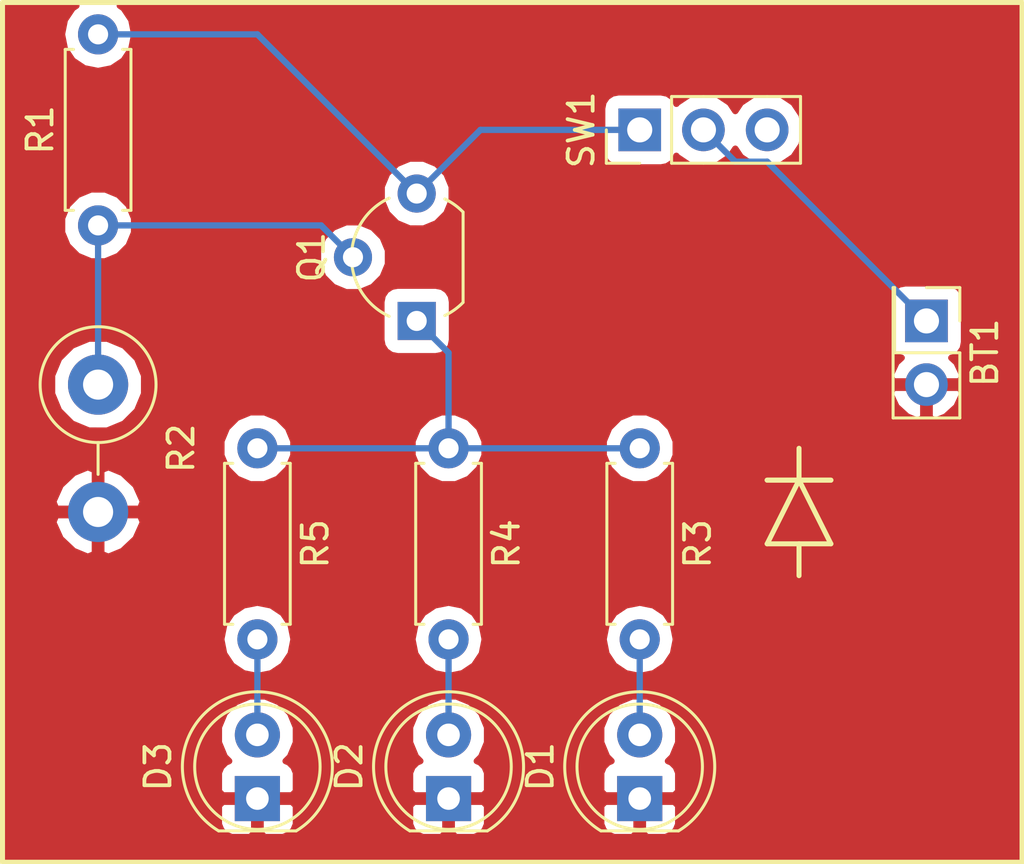
<source format=kicad_pcb>
(kicad_pcb (version 4) (host pcbnew 4.0.7)

  (general
    (links 15)
    (no_connects 0)
    (area 153.195 125.629999 194.410001 160.120001)
    (thickness 1.6)
    (drawings 12)
    (tracks 17)
    (zones 0)
    (modules 11)
    (nets 9)
  )

  (page A4)
  (layers
    (0 F.Cu signal)
    (31 B.Cu signal)
    (32 B.Adhes user hide)
    (33 F.Adhes user hide)
    (34 B.Paste user hide)
    (35 F.Paste user hide)
    (36 B.SilkS user hide)
    (37 F.SilkS user)
    (38 B.Mask user hide)
    (39 F.Mask user hide)
    (40 Dwgs.User user hide)
    (41 Cmts.User user hide)
    (42 Eco1.User user hide)
    (43 Eco2.User user hide)
    (44 Edge.Cuts user)
    (45 Margin user hide)
    (46 B.CrtYd user hide)
    (47 F.CrtYd user hide)
    (48 B.Fab user hide)
    (49 F.Fab user hide)
  )

  (setup
    (last_trace_width 0.25)
    (trace_clearance 0.2)
    (zone_clearance 0.508)
    (zone_45_only no)
    (trace_min 0.2)
    (segment_width 0.2)
    (edge_width 0.15)
    (via_size 0.6)
    (via_drill 0.4)
    (via_min_size 0.4)
    (via_min_drill 0.3)
    (uvia_size 0.3)
    (uvia_drill 0.1)
    (uvias_allowed no)
    (uvia_min_size 0.2)
    (uvia_min_drill 0.1)
    (pcb_text_width 0.3)
    (pcb_text_size 1.5 1.5)
    (mod_edge_width 0.15)
    (mod_text_size 1 1)
    (mod_text_width 0.15)
    (pad_size 1.524 1.524)
    (pad_drill 0.762)
    (pad_to_mask_clearance 0.2)
    (aux_axis_origin 0 0)
    (visible_elements 7FFFFFFF)
    (pcbplotparams
      (layerselection 0x00030_80000001)
      (usegerberextensions false)
      (excludeedgelayer true)
      (linewidth 0.100000)
      (plotframeref false)
      (viasonmask false)
      (mode 1)
      (useauxorigin false)
      (hpglpennumber 1)
      (hpglpenspeed 20)
      (hpglpendiameter 15)
      (hpglpenoverlay 2)
      (psnegative false)
      (psa4output false)
      (plotreference true)
      (plotvalue true)
      (plotinvisibletext false)
      (padsonsilk false)
      (subtractmaskfromsilk false)
      (outputformat 1)
      (mirror false)
      (drillshape 1)
      (scaleselection 1)
      (outputdirectory ""))
  )

  (net 0 "")
  (net 1 VCC)
  (net 2 GND)
  (net 3 "Net-(D1-Pad2)")
  (net 4 "Net-(D2-Pad2)")
  (net 5 "Net-(D3-Pad2)")
  (net 6 "Net-(Q1-Pad2)")
  (net 7 "Net-(Q1-Pad3)")
  (net 8 "Net-(Q1-Pad1)")

  (net_class Default "This is the default net class."
    (clearance 0.2)
    (trace_width 0.25)
    (via_dia 0.6)
    (via_drill 0.4)
    (uvia_dia 0.3)
    (uvia_drill 0.1)
    (add_net GND)
    (add_net "Net-(D1-Pad2)")
    (add_net "Net-(D2-Pad2)")
    (add_net "Net-(D3-Pad2)")
    (add_net "Net-(Q1-Pad1)")
    (add_net "Net-(Q1-Pad2)")
    (add_net "Net-(Q1-Pad3)")
    (add_net VCC)
  )

  (module Resistors_THT:R_Axial_DIN0207_L6.3mm_D2.5mm_P7.62mm_Horizontal (layer F.Cu) (tedit 5A227F50) (tstamp 5A208093)
    (at 171.45 143.51 270)
    (descr "Resistor, Axial_DIN0207 series, Axial, Horizontal, pin pitch=7.62mm, 0.25W = 1/4W, length*diameter=6.3*2.5mm^2, http://cdn-reichelt.de/documents/datenblatt/B400/1_4W%23YAG.pdf")
    (tags "Resistor Axial_DIN0207 series Axial Horizontal pin pitch 7.62mm 0.25W = 1/4W length 6.3mm diameter 2.5mm")
    (path /5A207DCA)
    (fp_text reference R4 (at 3.81 -2.31 270) (layer F.SilkS)
      (effects (font (size 1 1) (thickness 0.15)))
    )
    (fp_text value R (at 3.81 2.31 270) (layer F.Fab)
      (effects (font (size 1 1) (thickness 0.15)))
    )
    (fp_line (start 0.66 -1.25) (end 0.66 1.25) (layer F.Fab) (width 0.1))
    (fp_line (start 0.66 1.25) (end 6.96 1.25) (layer F.Fab) (width 0.1))
    (fp_line (start 6.96 1.25) (end 6.96 -1.25) (layer F.Fab) (width 0.1))
    (fp_line (start 6.96 -1.25) (end 0.66 -1.25) (layer F.Fab) (width 0.1))
    (fp_line (start 0 0) (end 0.66 0) (layer F.Fab) (width 0.1))
    (fp_line (start 7.62 0) (end 6.96 0) (layer F.Fab) (width 0.1))
    (fp_line (start 0.6 -0.98) (end 0.6 -1.31) (layer F.SilkS) (width 0.12))
    (fp_line (start 0.6 -1.31) (end 7.02 -1.31) (layer F.SilkS) (width 0.12))
    (fp_line (start 7.02 -1.31) (end 7.02 -0.98) (layer F.SilkS) (width 0.12))
    (fp_line (start 0.6 0.98) (end 0.6 1.31) (layer F.SilkS) (width 0.12))
    (fp_line (start 0.6 1.31) (end 7.02 1.31) (layer F.SilkS) (width 0.12))
    (fp_line (start 7.02 1.31) (end 7.02 0.98) (layer F.SilkS) (width 0.12))
    (fp_line (start -1.05 -1.6) (end -1.05 1.6) (layer F.CrtYd) (width 0.05))
    (fp_line (start -1.05 1.6) (end 8.7 1.6) (layer F.CrtYd) (width 0.05))
    (fp_line (start 8.7 1.6) (end 8.7 -1.6) (layer F.CrtYd) (width 0.05))
    (fp_line (start 8.7 -1.6) (end -1.05 -1.6) (layer F.CrtYd) (width 0.05))
    (pad 1 thru_hole circle (at 0 0 270) (size 1.6 1.6) (drill 0.8) (layers *.Cu *.Mask)
      (net 8 "Net-(Q1-Pad1)"))
    (pad 2 thru_hole oval (at 7.62 0 270) (size 1.6 1.6) (drill 0.8) (layers *.Cu *.Mask)
      (net 4 "Net-(D2-Pad2)"))
    (model ${KISYS3DMOD}/Resistors_THT.3dshapes/R_Axial_DIN0207_L6.3mm_D2.5mm_P7.62mm_Horizontal.wrl
      (at (xyz 0 0 0))
      (scale (xyz 0.393701 0.393701 0.393701))
      (rotate (xyz 0 0 0))
    )
  )

  (module Pin_Headers:Pin_Header_Straight_1x03_Pitch2.54mm (layer F.Cu) (tedit 59650532) (tstamp 5A2080A1)
    (at 179.07 130.81 90)
    (descr "Through hole straight pin header, 1x03, 2.54mm pitch, single row")
    (tags "Through hole pin header THT 1x03 2.54mm single row")
    (path /5A208137)
    (fp_text reference SW1 (at 0 -2.33 90) (layer F.SilkS)
      (effects (font (size 1 1) (thickness 0.15)))
    )
    (fp_text value SW_SPST (at 0 7.41 90) (layer F.Fab)
      (effects (font (size 1 1) (thickness 0.15)))
    )
    (fp_line (start -0.635 -1.27) (end 1.27 -1.27) (layer F.Fab) (width 0.1))
    (fp_line (start 1.27 -1.27) (end 1.27 6.35) (layer F.Fab) (width 0.1))
    (fp_line (start 1.27 6.35) (end -1.27 6.35) (layer F.Fab) (width 0.1))
    (fp_line (start -1.27 6.35) (end -1.27 -0.635) (layer F.Fab) (width 0.1))
    (fp_line (start -1.27 -0.635) (end -0.635 -1.27) (layer F.Fab) (width 0.1))
    (fp_line (start -1.33 6.41) (end 1.33 6.41) (layer F.SilkS) (width 0.12))
    (fp_line (start -1.33 1.27) (end -1.33 6.41) (layer F.SilkS) (width 0.12))
    (fp_line (start 1.33 1.27) (end 1.33 6.41) (layer F.SilkS) (width 0.12))
    (fp_line (start -1.33 1.27) (end 1.33 1.27) (layer F.SilkS) (width 0.12))
    (fp_line (start -1.33 0) (end -1.33 -1.33) (layer F.SilkS) (width 0.12))
    (fp_line (start -1.33 -1.33) (end 0 -1.33) (layer F.SilkS) (width 0.12))
    (fp_line (start -1.8 -1.8) (end -1.8 6.85) (layer F.CrtYd) (width 0.05))
    (fp_line (start -1.8 6.85) (end 1.8 6.85) (layer F.CrtYd) (width 0.05))
    (fp_line (start 1.8 6.85) (end 1.8 -1.8) (layer F.CrtYd) (width 0.05))
    (fp_line (start 1.8 -1.8) (end -1.8 -1.8) (layer F.CrtYd) (width 0.05))
    (fp_text user %R (at 0 2.54 180) (layer F.Fab)
      (effects (font (size 1 1) (thickness 0.15)))
    )
    (pad 1 thru_hole rect (at 0 0 90) (size 1.7 1.7) (drill 1) (layers *.Cu *.Mask)
      (net 7 "Net-(Q1-Pad3)"))
    (pad 2 thru_hole oval (at 0 2.54 90) (size 1.7 1.7) (drill 1) (layers *.Cu *.Mask)
      (net 1 VCC))
    (pad 3 thru_hole oval (at 0 5.08 90) (size 1.7 1.7) (drill 1) (layers *.Cu *.Mask))
    (model ${KISYS3DMOD}/Pin_Headers.3dshapes/Pin_Header_Straight_1x03_Pitch2.54mm.wrl
      (at (xyz 0 0 0))
      (scale (xyz 1 1 1))
      (rotate (xyz 0 0 0))
    )
  )

  (module Pin_Headers:Pin_Header_Straight_2x01_Pitch2.54mm (layer F.Cu) (tedit 59650532) (tstamp 5A208062)
    (at 190.5 138.43 270)
    (descr "Through hole straight pin header, 2x01, 2.54mm pitch, double rows")
    (tags "Through hole pin header THT 2x01 2.54mm double row")
    (path /5A2081AE)
    (fp_text reference BT1 (at 1.27 -2.33 270) (layer F.SilkS)
      (effects (font (size 1 1) (thickness 0.15)))
    )
    (fp_text value Battery (at 1.27 2.33 270) (layer F.Fab)
      (effects (font (size 1 1) (thickness 0.15)))
    )
    (fp_line (start 0 -1.27) (end 3.81 -1.27) (layer F.Fab) (width 0.1))
    (fp_line (start 3.81 -1.27) (end 3.81 1.27) (layer F.Fab) (width 0.1))
    (fp_line (start 3.81 1.27) (end -1.27 1.27) (layer F.Fab) (width 0.1))
    (fp_line (start -1.27 1.27) (end -1.27 0) (layer F.Fab) (width 0.1))
    (fp_line (start -1.27 0) (end 0 -1.27) (layer F.Fab) (width 0.1))
    (fp_line (start -1.33 1.33) (end 3.87 1.33) (layer F.SilkS) (width 0.12))
    (fp_line (start -1.33 1.27) (end -1.33 1.33) (layer F.SilkS) (width 0.12))
    (fp_line (start 3.87 -1.33) (end 3.87 1.33) (layer F.SilkS) (width 0.12))
    (fp_line (start -1.33 1.27) (end 1.27 1.27) (layer F.SilkS) (width 0.12))
    (fp_line (start 1.27 1.27) (end 1.27 -1.33) (layer F.SilkS) (width 0.12))
    (fp_line (start 1.27 -1.33) (end 3.87 -1.33) (layer F.SilkS) (width 0.12))
    (fp_line (start -1.33 0) (end -1.33 -1.33) (layer F.SilkS) (width 0.12))
    (fp_line (start -1.33 -1.33) (end 0 -1.33) (layer F.SilkS) (width 0.12))
    (fp_line (start -1.8 -1.8) (end -1.8 1.8) (layer F.CrtYd) (width 0.05))
    (fp_line (start -1.8 1.8) (end 4.35 1.8) (layer F.CrtYd) (width 0.05))
    (fp_line (start 4.35 1.8) (end 4.35 -1.8) (layer F.CrtYd) (width 0.05))
    (fp_line (start 4.35 -1.8) (end -1.8 -1.8) (layer F.CrtYd) (width 0.05))
    (fp_text user %R (at 1.27 0 360) (layer F.Fab)
      (effects (font (size 1 1) (thickness 0.15)))
    )
    (pad 1 thru_hole rect (at 0 0 270) (size 1.7 1.7) (drill 1) (layers *.Cu *.Mask)
      (net 1 VCC))
    (pad 2 thru_hole oval (at 2.54 0 270) (size 1.7 1.7) (drill 1) (layers *.Cu *.Mask)
      (net 2 GND))
    (model ${KISYS3DMOD}/Pin_Headers.3dshapes/Pin_Header_Straight_2x01_Pitch2.54mm.wrl
      (at (xyz 0 0 0))
      (scale (xyz 1 1 1))
      (rotate (xyz 0 0 0))
    )
  )

  (module LEDs:LED_D5.0mm (layer F.Cu) (tedit 5995936A) (tstamp 5A208068)
    (at 179.07 157.48 90)
    (descr "LED, diameter 5.0mm, 2 pins, http://cdn-reichelt.de/documents/datenblatt/A500/LL-504BC2E-009.pdf")
    (tags "LED diameter 5.0mm 2 pins")
    (path /5A208076)
    (fp_text reference D1 (at 1.27 -3.96 90) (layer F.SilkS)
      (effects (font (size 1 1) (thickness 0.15)))
    )
    (fp_text value LED (at 1.27 3.96 90) (layer F.Fab)
      (effects (font (size 1 1) (thickness 0.15)))
    )
    (fp_arc (start 1.27 0) (end -1.23 -1.469694) (angle 299.1) (layer F.Fab) (width 0.1))
    (fp_arc (start 1.27 0) (end -1.29 -1.54483) (angle 148.9) (layer F.SilkS) (width 0.12))
    (fp_arc (start 1.27 0) (end -1.29 1.54483) (angle -148.9) (layer F.SilkS) (width 0.12))
    (fp_circle (center 1.27 0) (end 3.77 0) (layer F.Fab) (width 0.1))
    (fp_circle (center 1.27 0) (end 3.77 0) (layer F.SilkS) (width 0.12))
    (fp_line (start -1.23 -1.469694) (end -1.23 1.469694) (layer F.Fab) (width 0.1))
    (fp_line (start -1.29 -1.545) (end -1.29 1.545) (layer F.SilkS) (width 0.12))
    (fp_line (start -1.95 -3.25) (end -1.95 3.25) (layer F.CrtYd) (width 0.05))
    (fp_line (start -1.95 3.25) (end 4.5 3.25) (layer F.CrtYd) (width 0.05))
    (fp_line (start 4.5 3.25) (end 4.5 -3.25) (layer F.CrtYd) (width 0.05))
    (fp_line (start 4.5 -3.25) (end -1.95 -3.25) (layer F.CrtYd) (width 0.05))
    (fp_text user %R (at 1.25 0 90) (layer F.Fab)
      (effects (font (size 0.8 0.8) (thickness 0.2)))
    )
    (pad 1 thru_hole rect (at 0 0 90) (size 1.8 1.8) (drill 0.9) (layers *.Cu *.Mask)
      (net 2 GND))
    (pad 2 thru_hole circle (at 2.54 0 90) (size 1.8 1.8) (drill 0.9) (layers *.Cu *.Mask)
      (net 3 "Net-(D1-Pad2)"))
    (model ${KISYS3DMOD}/LEDs.3dshapes/LED_D5.0mm.wrl
      (at (xyz 0 0 0))
      (scale (xyz 0.393701 0.393701 0.393701))
      (rotate (xyz 0 0 0))
    )
  )

  (module LEDs:LED_D5.0mm (layer F.Cu) (tedit 5995936A) (tstamp 5A20806E)
    (at 171.45 157.48 90)
    (descr "LED, diameter 5.0mm, 2 pins, http://cdn-reichelt.de/documents/datenblatt/A500/LL-504BC2E-009.pdf")
    (tags "LED diameter 5.0mm 2 pins")
    (path /5A2080C9)
    (fp_text reference D2 (at 1.27 -3.96 90) (layer F.SilkS)
      (effects (font (size 1 1) (thickness 0.15)))
    )
    (fp_text value LED (at 1.27 3.96 90) (layer F.Fab)
      (effects (font (size 1 1) (thickness 0.15)))
    )
    (fp_arc (start 1.27 0) (end -1.23 -1.469694) (angle 299.1) (layer F.Fab) (width 0.1))
    (fp_arc (start 1.27 0) (end -1.29 -1.54483) (angle 148.9) (layer F.SilkS) (width 0.12))
    (fp_arc (start 1.27 0) (end -1.29 1.54483) (angle -148.9) (layer F.SilkS) (width 0.12))
    (fp_circle (center 1.27 0) (end 3.77 0) (layer F.Fab) (width 0.1))
    (fp_circle (center 1.27 0) (end 3.77 0) (layer F.SilkS) (width 0.12))
    (fp_line (start -1.23 -1.469694) (end -1.23 1.469694) (layer F.Fab) (width 0.1))
    (fp_line (start -1.29 -1.545) (end -1.29 1.545) (layer F.SilkS) (width 0.12))
    (fp_line (start -1.95 -3.25) (end -1.95 3.25) (layer F.CrtYd) (width 0.05))
    (fp_line (start -1.95 3.25) (end 4.5 3.25) (layer F.CrtYd) (width 0.05))
    (fp_line (start 4.5 3.25) (end 4.5 -3.25) (layer F.CrtYd) (width 0.05))
    (fp_line (start 4.5 -3.25) (end -1.95 -3.25) (layer F.CrtYd) (width 0.05))
    (fp_text user %R (at 1.25 0 90) (layer F.Fab)
      (effects (font (size 0.8 0.8) (thickness 0.2)))
    )
    (pad 1 thru_hole rect (at 0 0 90) (size 1.8 1.8) (drill 0.9) (layers *.Cu *.Mask)
      (net 2 GND))
    (pad 2 thru_hole circle (at 2.54 0 90) (size 1.8 1.8) (drill 0.9) (layers *.Cu *.Mask)
      (net 4 "Net-(D2-Pad2)"))
    (model ${KISYS3DMOD}/LEDs.3dshapes/LED_D5.0mm.wrl
      (at (xyz 0 0 0))
      (scale (xyz 0.393701 0.393701 0.393701))
      (rotate (xyz 0 0 0))
    )
  )

  (module LEDs:LED_D5.0mm (layer F.Cu) (tedit 5995936A) (tstamp 5A208074)
    (at 163.83 157.48 90)
    (descr "LED, diameter 5.0mm, 2 pins, http://cdn-reichelt.de/documents/datenblatt/A500/LL-504BC2E-009.pdf")
    (tags "LED diameter 5.0mm 2 pins")
    (path /5A2080FC)
    (fp_text reference D3 (at 1.27 -3.96 90) (layer F.SilkS)
      (effects (font (size 1 1) (thickness 0.15)))
    )
    (fp_text value LED (at 1.27 3.96 90) (layer F.Fab)
      (effects (font (size 1 1) (thickness 0.15)))
    )
    (fp_arc (start 1.27 0) (end -1.23 -1.469694) (angle 299.1) (layer F.Fab) (width 0.1))
    (fp_arc (start 1.27 0) (end -1.29 -1.54483) (angle 148.9) (layer F.SilkS) (width 0.12))
    (fp_arc (start 1.27 0) (end -1.29 1.54483) (angle -148.9) (layer F.SilkS) (width 0.12))
    (fp_circle (center 1.27 0) (end 3.77 0) (layer F.Fab) (width 0.1))
    (fp_circle (center 1.27 0) (end 3.77 0) (layer F.SilkS) (width 0.12))
    (fp_line (start -1.23 -1.469694) (end -1.23 1.469694) (layer F.Fab) (width 0.1))
    (fp_line (start -1.29 -1.545) (end -1.29 1.545) (layer F.SilkS) (width 0.12))
    (fp_line (start -1.95 -3.25) (end -1.95 3.25) (layer F.CrtYd) (width 0.05))
    (fp_line (start -1.95 3.25) (end 4.5 3.25) (layer F.CrtYd) (width 0.05))
    (fp_line (start 4.5 3.25) (end 4.5 -3.25) (layer F.CrtYd) (width 0.05))
    (fp_line (start 4.5 -3.25) (end -1.95 -3.25) (layer F.CrtYd) (width 0.05))
    (fp_text user %R (at 1.25 0 90) (layer F.Fab)
      (effects (font (size 0.8 0.8) (thickness 0.2)))
    )
    (pad 1 thru_hole rect (at 0 0 90) (size 1.8 1.8) (drill 0.9) (layers *.Cu *.Mask)
      (net 2 GND))
    (pad 2 thru_hole circle (at 2.54 0 90) (size 1.8 1.8) (drill 0.9) (layers *.Cu *.Mask)
      (net 5 "Net-(D3-Pad2)"))
    (model ${KISYS3DMOD}/LEDs.3dshapes/LED_D5.0mm.wrl
      (at (xyz 0 0 0))
      (scale (xyz 0.393701 0.393701 0.393701))
      (rotate (xyz 0 0 0))
    )
  )

  (module TO_SOT_Packages_THT:TO-92_Molded_Wide (layer F.Cu) (tedit 58CE52AF) (tstamp 5A20807B)
    (at 170.18 138.43 90)
    (descr "TO-92 leads molded, wide, drill 0.8mm (see NXP sot054_po.pdf)")
    (tags "to-92 sc-43 sc-43a sot54 PA33 transistor")
    (path /5A207F74)
    (fp_text reference Q1 (at 2.54 -4.19 270) (layer F.SilkS)
      (effects (font (size 1 1) (thickness 0.15)))
    )
    (fp_text value PN2222A (at 2.54 2.79 90) (layer F.Fab)
      (effects (font (size 1 1) (thickness 0.15)))
    )
    (fp_text user %R (at 2.54 -4.19 270) (layer F.Fab)
      (effects (font (size 1 1) (thickness 0.15)))
    )
    (fp_line (start 0.74 1.85) (end 4.34 1.85) (layer F.SilkS) (width 0.12))
    (fp_line (start 0.8 1.75) (end 4.3 1.75) (layer F.Fab) (width 0.1))
    (fp_line (start -1.01 -3.55) (end 6.09 -3.55) (layer F.CrtYd) (width 0.05))
    (fp_line (start -1.01 -3.55) (end -1.01 2.01) (layer F.CrtYd) (width 0.05))
    (fp_line (start 6.09 2.01) (end 6.09 -3.55) (layer F.CrtYd) (width 0.05))
    (fp_line (start 6.09 2.01) (end -1.01 2.01) (layer F.CrtYd) (width 0.05))
    (fp_arc (start 2.54 0) (end 0.74 1.85) (angle 20) (layer F.SilkS) (width 0.12))
    (fp_arc (start 2.54 0) (end 2.54 -2.6) (angle -65) (layer F.SilkS) (width 0.12))
    (fp_arc (start 2.54 0) (end 2.54 -2.6) (angle 65) (layer F.SilkS) (width 0.12))
    (fp_arc (start 2.54 0) (end 2.54 -2.48) (angle 135) (layer F.Fab) (width 0.1))
    (fp_arc (start 2.54 0) (end 2.54 -2.48) (angle -135) (layer F.Fab) (width 0.1))
    (fp_arc (start 2.54 0) (end 4.34 1.85) (angle -20) (layer F.SilkS) (width 0.12))
    (pad 2 thru_hole circle (at 2.54 -2.54 180) (size 1.52 1.52) (drill 0.8) (layers *.Cu *.Mask)
      (net 6 "Net-(Q1-Pad2)"))
    (pad 3 thru_hole circle (at 5.08 0 180) (size 1.52 1.52) (drill 0.8) (layers *.Cu *.Mask)
      (net 7 "Net-(Q1-Pad3)"))
    (pad 1 thru_hole rect (at 0 0 180) (size 1.52 1.52) (drill 0.8) (layers *.Cu *.Mask)
      (net 8 "Net-(Q1-Pad1)"))
    (model ${KISYS3DMOD}/TO_SOT_Packages_THT.3dshapes/TO-92_Molded_Wide.wrl
      (at (xyz 0.1 0 0))
      (scale (xyz 1 1 1))
      (rotate (xyz 0 0 -90))
    )
  )

  (module Resistors_THT:R_Axial_DIN0207_L6.3mm_D2.5mm_P7.62mm_Horizontal (layer F.Cu) (tedit 5874F706) (tstamp 5A208081)
    (at 157.48 134.62 90)
    (descr "Resistor, Axial_DIN0207 series, Axial, Horizontal, pin pitch=7.62mm, 0.25W = 1/4W, length*diameter=6.3*2.5mm^2, http://cdn-reichelt.de/documents/datenblatt/B400/1_4W%23YAG.pdf")
    (tags "Resistor Axial_DIN0207 series Axial Horizontal pin pitch 7.62mm 0.25W = 1/4W length 6.3mm diameter 2.5mm")
    (path /5A207E97)
    (fp_text reference R1 (at 3.81 -2.31 90) (layer F.SilkS)
      (effects (font (size 1 1) (thickness 0.15)))
    )
    (fp_text value R (at 3.81 2.31 90) (layer F.Fab)
      (effects (font (size 1 1) (thickness 0.15)))
    )
    (fp_line (start 0.66 -1.25) (end 0.66 1.25) (layer F.Fab) (width 0.1))
    (fp_line (start 0.66 1.25) (end 6.96 1.25) (layer F.Fab) (width 0.1))
    (fp_line (start 6.96 1.25) (end 6.96 -1.25) (layer F.Fab) (width 0.1))
    (fp_line (start 6.96 -1.25) (end 0.66 -1.25) (layer F.Fab) (width 0.1))
    (fp_line (start 0 0) (end 0.66 0) (layer F.Fab) (width 0.1))
    (fp_line (start 7.62 0) (end 6.96 0) (layer F.Fab) (width 0.1))
    (fp_line (start 0.6 -0.98) (end 0.6 -1.31) (layer F.SilkS) (width 0.12))
    (fp_line (start 0.6 -1.31) (end 7.02 -1.31) (layer F.SilkS) (width 0.12))
    (fp_line (start 7.02 -1.31) (end 7.02 -0.98) (layer F.SilkS) (width 0.12))
    (fp_line (start 0.6 0.98) (end 0.6 1.31) (layer F.SilkS) (width 0.12))
    (fp_line (start 0.6 1.31) (end 7.02 1.31) (layer F.SilkS) (width 0.12))
    (fp_line (start 7.02 1.31) (end 7.02 0.98) (layer F.SilkS) (width 0.12))
    (fp_line (start -1.05 -1.6) (end -1.05 1.6) (layer F.CrtYd) (width 0.05))
    (fp_line (start -1.05 1.6) (end 8.7 1.6) (layer F.CrtYd) (width 0.05))
    (fp_line (start 8.7 1.6) (end 8.7 -1.6) (layer F.CrtYd) (width 0.05))
    (fp_line (start 8.7 -1.6) (end -1.05 -1.6) (layer F.CrtYd) (width 0.05))
    (pad 1 thru_hole circle (at 0 0 90) (size 1.6 1.6) (drill 0.8) (layers *.Cu *.Mask)
      (net 6 "Net-(Q1-Pad2)"))
    (pad 2 thru_hole oval (at 7.62 0 90) (size 1.6 1.6) (drill 0.8) (layers *.Cu *.Mask)
      (net 7 "Net-(Q1-Pad3)"))
    (model ${KISYS3DMOD}/Resistors_THT.3dshapes/R_Axial_DIN0207_L6.3mm_D2.5mm_P7.62mm_Horizontal.wrl
      (at (xyz 0 0 0))
      (scale (xyz 0.393701 0.393701 0.393701))
      (rotate (xyz 0 0 0))
    )
  )

  (module Resistors_THT:R_Axial_DIN0414_L11.9mm_D4.5mm_P5.08mm_Vertical (layer F.Cu) (tedit 5874F706) (tstamp 5A208087)
    (at 157.48 140.97 270)
    (descr "Resistor, Axial_DIN0414 series, Axial, Vertical, pin pitch=5.08mm, 2W, length*diameter=11.9*4.5mm^2, http://www.vishay.com/docs/20128/wkxwrx.pdf")
    (tags "Resistor Axial_DIN0414 series Axial Vertical pin pitch 5.08mm 2W length 11.9mm diameter 4.5mm")
    (path /5A207EF1)
    (fp_text reference R2 (at 2.54 -3.31 270) (layer F.SilkS)
      (effects (font (size 1 1) (thickness 0.15)))
    )
    (fp_text value R_PHOTO (at 2.54 3.31 270) (layer F.Fab)
      (effects (font (size 1 1) (thickness 0.15)))
    )
    (fp_circle (center 0 0) (end 2.25 0) (layer F.Fab) (width 0.1))
    (fp_circle (center 0 0) (end 2.31 0) (layer F.SilkS) (width 0.12))
    (fp_line (start 0 0) (end 5.08 0) (layer F.Fab) (width 0.1))
    (fp_line (start 2.31 0) (end 3.58 0) (layer F.SilkS) (width 0.12))
    (fp_line (start -2.6 -2.6) (end -2.6 2.6) (layer F.CrtYd) (width 0.05))
    (fp_line (start -2.6 2.6) (end 6.6 2.6) (layer F.CrtYd) (width 0.05))
    (fp_line (start 6.6 2.6) (end 6.6 -2.6) (layer F.CrtYd) (width 0.05))
    (fp_line (start 6.6 -2.6) (end -2.6 -2.6) (layer F.CrtYd) (width 0.05))
    (pad 1 thru_hole circle (at 0 0 270) (size 2.4 2.4) (drill 1.2) (layers *.Cu *.Mask)
      (net 6 "Net-(Q1-Pad2)"))
    (pad 2 thru_hole oval (at 5.08 0 270) (size 2.4 2.4) (drill 1.2) (layers *.Cu *.Mask)
      (net 2 GND))
    (model ${KISYS3DMOD}/Resistors_THT.3dshapes/R_Axial_DIN0414_L11.9mm_D4.5mm_P5.08mm_Vertical.wrl
      (at (xyz 0 0 0))
      (scale (xyz 0.393701 0.393701 0.393701))
      (rotate (xyz 0 0 0))
    )
  )

  (module Resistors_THT:R_Axial_DIN0207_L6.3mm_D2.5mm_P7.62mm_Horizontal (layer F.Cu) (tedit 5874F706) (tstamp 5A20808D)
    (at 179.07 143.51 270)
    (descr "Resistor, Axial_DIN0207 series, Axial, Horizontal, pin pitch=7.62mm, 0.25W = 1/4W, length*diameter=6.3*2.5mm^2, http://cdn-reichelt.de/documents/datenblatt/B400/1_4W%23YAG.pdf")
    (tags "Resistor Axial_DIN0207 series Axial Horizontal pin pitch 7.62mm 0.25W = 1/4W length 6.3mm diameter 2.5mm")
    (path /5A207D3D)
    (fp_text reference R3 (at 3.81 -2.31 270) (layer F.SilkS)
      (effects (font (size 1 1) (thickness 0.15)))
    )
    (fp_text value R (at 3.81 2.31 270) (layer F.Fab)
      (effects (font (size 1 1) (thickness 0.15)))
    )
    (fp_line (start 0.66 -1.25) (end 0.66 1.25) (layer F.Fab) (width 0.1))
    (fp_line (start 0.66 1.25) (end 6.96 1.25) (layer F.Fab) (width 0.1))
    (fp_line (start 6.96 1.25) (end 6.96 -1.25) (layer F.Fab) (width 0.1))
    (fp_line (start 6.96 -1.25) (end 0.66 -1.25) (layer F.Fab) (width 0.1))
    (fp_line (start 0 0) (end 0.66 0) (layer F.Fab) (width 0.1))
    (fp_line (start 7.62 0) (end 6.96 0) (layer F.Fab) (width 0.1))
    (fp_line (start 0.6 -0.98) (end 0.6 -1.31) (layer F.SilkS) (width 0.12))
    (fp_line (start 0.6 -1.31) (end 7.02 -1.31) (layer F.SilkS) (width 0.12))
    (fp_line (start 7.02 -1.31) (end 7.02 -0.98) (layer F.SilkS) (width 0.12))
    (fp_line (start 0.6 0.98) (end 0.6 1.31) (layer F.SilkS) (width 0.12))
    (fp_line (start 0.6 1.31) (end 7.02 1.31) (layer F.SilkS) (width 0.12))
    (fp_line (start 7.02 1.31) (end 7.02 0.98) (layer F.SilkS) (width 0.12))
    (fp_line (start -1.05 -1.6) (end -1.05 1.6) (layer F.CrtYd) (width 0.05))
    (fp_line (start -1.05 1.6) (end 8.7 1.6) (layer F.CrtYd) (width 0.05))
    (fp_line (start 8.7 1.6) (end 8.7 -1.6) (layer F.CrtYd) (width 0.05))
    (fp_line (start 8.7 -1.6) (end -1.05 -1.6) (layer F.CrtYd) (width 0.05))
    (pad 1 thru_hole circle (at 0 0 270) (size 1.6 1.6) (drill 0.8) (layers *.Cu *.Mask)
      (net 8 "Net-(Q1-Pad1)"))
    (pad 2 thru_hole oval (at 7.62 0 270) (size 1.6 1.6) (drill 0.8) (layers *.Cu *.Mask)
      (net 3 "Net-(D1-Pad2)"))
    (model ${KISYS3DMOD}/Resistors_THT.3dshapes/R_Axial_DIN0207_L6.3mm_D2.5mm_P7.62mm_Horizontal.wrl
      (at (xyz 0 0 0))
      (scale (xyz 0.393701 0.393701 0.393701))
      (rotate (xyz 0 0 0))
    )
  )

  (module Resistors_THT:R_Axial_DIN0207_L6.3mm_D2.5mm_P7.62mm_Horizontal (layer F.Cu) (tedit 5874F706) (tstamp 5A208099)
    (at 163.83 143.51 270)
    (descr "Resistor, Axial_DIN0207 series, Axial, Horizontal, pin pitch=7.62mm, 0.25W = 1/4W, length*diameter=6.3*2.5mm^2, http://cdn-reichelt.de/documents/datenblatt/B400/1_4W%23YAG.pdf")
    (tags "Resistor Axial_DIN0207 series Axial Horizontal pin pitch 7.62mm 0.25W = 1/4W length 6.3mm diameter 2.5mm")
    (path /5A207DE3)
    (fp_text reference R5 (at 3.81 -2.31 270) (layer F.SilkS)
      (effects (font (size 1 1) (thickness 0.15)))
    )
    (fp_text value R (at 3.81 2.31 270) (layer F.Fab)
      (effects (font (size 1 1) (thickness 0.15)))
    )
    (fp_line (start 0.66 -1.25) (end 0.66 1.25) (layer F.Fab) (width 0.1))
    (fp_line (start 0.66 1.25) (end 6.96 1.25) (layer F.Fab) (width 0.1))
    (fp_line (start 6.96 1.25) (end 6.96 -1.25) (layer F.Fab) (width 0.1))
    (fp_line (start 6.96 -1.25) (end 0.66 -1.25) (layer F.Fab) (width 0.1))
    (fp_line (start 0 0) (end 0.66 0) (layer F.Fab) (width 0.1))
    (fp_line (start 7.62 0) (end 6.96 0) (layer F.Fab) (width 0.1))
    (fp_line (start 0.6 -0.98) (end 0.6 -1.31) (layer F.SilkS) (width 0.12))
    (fp_line (start 0.6 -1.31) (end 7.02 -1.31) (layer F.SilkS) (width 0.12))
    (fp_line (start 7.02 -1.31) (end 7.02 -0.98) (layer F.SilkS) (width 0.12))
    (fp_line (start 0.6 0.98) (end 0.6 1.31) (layer F.SilkS) (width 0.12))
    (fp_line (start 0.6 1.31) (end 7.02 1.31) (layer F.SilkS) (width 0.12))
    (fp_line (start 7.02 1.31) (end 7.02 0.98) (layer F.SilkS) (width 0.12))
    (fp_line (start -1.05 -1.6) (end -1.05 1.6) (layer F.CrtYd) (width 0.05))
    (fp_line (start -1.05 1.6) (end 8.7 1.6) (layer F.CrtYd) (width 0.05))
    (fp_line (start 8.7 1.6) (end 8.7 -1.6) (layer F.CrtYd) (width 0.05))
    (fp_line (start 8.7 -1.6) (end -1.05 -1.6) (layer F.CrtYd) (width 0.05))
    (pad 1 thru_hole circle (at 0 0 270) (size 1.6 1.6) (drill 0.8) (layers *.Cu *.Mask)
      (net 8 "Net-(Q1-Pad1)"))
    (pad 2 thru_hole oval (at 7.62 0 270) (size 1.6 1.6) (drill 0.8) (layers *.Cu *.Mask)
      (net 5 "Net-(D3-Pad2)"))
    (model ${KISYS3DMOD}/Resistors_THT.3dshapes/R_Axial_DIN0207_L6.3mm_D2.5mm_P7.62mm_Horizontal.wrl
      (at (xyz 0 0 0))
      (scale (xyz 0.393701 0.393701 0.393701))
      (rotate (xyz 0 0 0))
    )
  )

  (gr_line (start 194.31 125.73) (end 153.67 125.73) (angle 90) (layer F.SilkS) (width 0.2))
  (gr_line (start 194.31 160.02) (end 194.31 125.73) (angle 90) (layer F.SilkS) (width 0.2))
  (gr_line (start 153.67 160.02) (end 194.31 160.02) (angle 90) (layer F.SilkS) (width 0.2))
  (gr_line (start 153.67 125.73) (end 153.67 160.02) (angle 90) (layer F.SilkS) (width 0.2))
  (gr_line (start 185.42 147.32) (end 185.42 148.59) (angle 90) (layer F.SilkS) (width 0.2))
  (gr_line (start 185.42 144.78) (end 185.42 143.51) (angle 90) (layer F.SilkS) (width 0.2))
  (gr_line (start 186.69 144.78) (end 185.42 144.78) (angle 90) (layer F.SilkS) (width 0.2))
  (gr_line (start 184.15 144.78) (end 186.69 144.78) (angle 90) (layer F.SilkS) (width 0.2))
  (gr_line (start 185.42 144.78) (end 184.15 144.78) (angle 90) (layer F.SilkS) (width 0.2))
  (gr_line (start 186.69 147.32) (end 185.42 144.78) (angle 90) (layer F.SilkS) (width 0.2))
  (gr_line (start 184.15 147.32) (end 186.69 147.32) (angle 90) (layer F.SilkS) (width 0.2))
  (gr_line (start 185.42 144.78) (end 184.15 147.32) (angle 90) (layer F.SilkS) (width 0.2))

  (segment (start 190.5 138.43) (end 184.15 132.08) (width 0.25) (layer B.Cu) (net 1) (status 80000))
  (segment (start 184.15 132.08) (end 182.88 132.08) (width 0.25) (layer B.Cu) (net 1) (status 80000))
  (segment (start 182.88 132.08) (end 181.61 130.81) (width 0.25) (layer B.Cu) (net 1) (status 80000))
  (segment (start 179.07 151.13) (end 179.07 154.94) (width 0.25) (layer B.Cu) (net 3))
  (segment (start 171.45 151.13) (end 171.45 154.94) (width 0.25) (layer B.Cu) (net 4))
  (segment (start 163.83 151.13) (end 163.83 154.94) (width 0.25) (layer B.Cu) (net 5))
  (segment (start 157.48 134.62) (end 157.48 140.97) (width 0.25) (layer B.Cu) (net 6))
  (segment (start 167.64 135.89) (end 166.37 134.62) (width 0.25) (layer B.Cu) (net 6) (status 80000))
  (segment (start 166.37 134.62) (end 157.48 134.62) (width 0.25) (layer B.Cu) (net 6) (status 80000))
  (segment (start 170.18 133.35) (end 163.83 127) (width 0.25) (layer B.Cu) (net 7) (status 80000))
  (segment (start 163.83 127) (end 157.48 127) (width 0.25) (layer B.Cu) (net 7) (status 80000))
  (segment (start 170.18 133.35) (end 172.72 130.81) (width 0.25) (layer B.Cu) (net 7) (status 80000))
  (segment (start 172.72 130.81) (end 179.07 130.81) (width 0.25) (layer B.Cu) (net 7) (status 80000))
  (segment (start 170.18 138.43) (end 171.45 139.7) (width 0.25) (layer B.Cu) (net 8))
  (segment (start 171.45 139.7) (end 171.45 143.51) (width 0.25) (layer B.Cu) (net 8) (tstamp 5A227EB9))
  (segment (start 171.45 143.51) (end 179.07 143.51) (width 0.25) (layer B.Cu) (net 8) (status 80000))
  (segment (start 171.45 143.51) (end 163.83 143.51) (width 0.25) (layer B.Cu) (net 8) (status 80000))

  (zone (net 2) (net_name GND) (layer F.Cu) (tstamp 5A227E18) (hatch edge 0.508)
    (connect_pads (clearance 0.508))
    (min_thickness 0.254)
    (fill yes (arc_segments 16) (thermal_gap 0.508) (thermal_bridge_width 0.508))
    (polygon
      (pts
        (xy 194.31 160.02) (xy 153.67 160.02) (xy 153.67 125.73) (xy 194.31 125.73)
      )
    )
    (filled_polygon
      (pts
        (xy 156.465302 125.957189) (xy 156.154233 126.422736) (xy 156.045 126.971887) (xy 156.045 127.028113) (xy 156.154233 127.577264)
        (xy 156.465302 128.042811) (xy 156.930849 128.35388) (xy 157.48 128.463113) (xy 158.029151 128.35388) (xy 158.494698 128.042811)
        (xy 158.805767 127.577264) (xy 158.915 127.028113) (xy 158.915 126.971887) (xy 158.805767 126.422736) (xy 158.494698 125.957189)
        (xy 158.344755 125.857) (xy 194.183 125.857) (xy 194.183 159.893) (xy 153.797 159.893) (xy 153.797 157.76575)
        (xy 162.295 157.76575) (xy 162.295 158.506309) (xy 162.391673 158.739698) (xy 162.570301 158.918327) (xy 162.80369 159.015)
        (xy 163.54425 159.015) (xy 163.703 158.85625) (xy 163.703 157.607) (xy 163.957 157.607) (xy 163.957 158.85625)
        (xy 164.11575 159.015) (xy 164.85631 159.015) (xy 165.089699 158.918327) (xy 165.268327 158.739698) (xy 165.365 158.506309)
        (xy 165.365 157.76575) (xy 169.915 157.76575) (xy 169.915 158.506309) (xy 170.011673 158.739698) (xy 170.190301 158.918327)
        (xy 170.42369 159.015) (xy 171.16425 159.015) (xy 171.323 158.85625) (xy 171.323 157.607) (xy 171.577 157.607)
        (xy 171.577 158.85625) (xy 171.73575 159.015) (xy 172.47631 159.015) (xy 172.709699 158.918327) (xy 172.888327 158.739698)
        (xy 172.985 158.506309) (xy 172.985 157.76575) (xy 177.535 157.76575) (xy 177.535 158.506309) (xy 177.631673 158.739698)
        (xy 177.810301 158.918327) (xy 178.04369 159.015) (xy 178.78425 159.015) (xy 178.943 158.85625) (xy 178.943 157.607)
        (xy 179.197 157.607) (xy 179.197 158.85625) (xy 179.35575 159.015) (xy 180.09631 159.015) (xy 180.329699 158.918327)
        (xy 180.508327 158.739698) (xy 180.605 158.506309) (xy 180.605 157.76575) (xy 180.44625 157.607) (xy 179.197 157.607)
        (xy 178.943 157.607) (xy 177.69375 157.607) (xy 177.535 157.76575) (xy 172.985 157.76575) (xy 172.82625 157.607)
        (xy 171.577 157.607) (xy 171.323 157.607) (xy 170.07375 157.607) (xy 169.915 157.76575) (xy 165.365 157.76575)
        (xy 165.20625 157.607) (xy 163.957 157.607) (xy 163.703 157.607) (xy 162.45375 157.607) (xy 162.295 157.76575)
        (xy 153.797 157.76575) (xy 153.797 155.243991) (xy 162.294735 155.243991) (xy 162.527932 155.808371) (xy 162.705092 155.985841)
        (xy 162.570301 156.041673) (xy 162.391673 156.220302) (xy 162.295 156.453691) (xy 162.295 157.19425) (xy 162.45375 157.353)
        (xy 163.703 157.353) (xy 163.703 157.333) (xy 163.957 157.333) (xy 163.957 157.353) (xy 165.20625 157.353)
        (xy 165.365 157.19425) (xy 165.365 156.453691) (xy 165.268327 156.220302) (xy 165.089699 156.041673) (xy 164.955006 155.985881)
        (xy 165.130551 155.810643) (xy 165.364733 155.24667) (xy 165.364735 155.243991) (xy 169.914735 155.243991) (xy 170.147932 155.808371)
        (xy 170.325092 155.985841) (xy 170.190301 156.041673) (xy 170.011673 156.220302) (xy 169.915 156.453691) (xy 169.915 157.19425)
        (xy 170.07375 157.353) (xy 171.323 157.353) (xy 171.323 157.333) (xy 171.577 157.333) (xy 171.577 157.353)
        (xy 172.82625 157.353) (xy 172.985 157.19425) (xy 172.985 156.453691) (xy 172.888327 156.220302) (xy 172.709699 156.041673)
        (xy 172.575006 155.985881) (xy 172.750551 155.810643) (xy 172.984733 155.24667) (xy 172.984735 155.243991) (xy 177.534735 155.243991)
        (xy 177.767932 155.808371) (xy 177.945092 155.985841) (xy 177.810301 156.041673) (xy 177.631673 156.220302) (xy 177.535 156.453691)
        (xy 177.535 157.19425) (xy 177.69375 157.353) (xy 178.943 157.353) (xy 178.943 157.333) (xy 179.197 157.333)
        (xy 179.197 157.353) (xy 180.44625 157.353) (xy 180.605 157.19425) (xy 180.605 156.453691) (xy 180.508327 156.220302)
        (xy 180.329699 156.041673) (xy 180.195006 155.985881) (xy 180.370551 155.810643) (xy 180.604733 155.24667) (xy 180.605265 154.636009)
        (xy 180.372068 154.071629) (xy 179.940643 153.639449) (xy 179.37667 153.405267) (xy 178.766009 153.404735) (xy 178.201629 153.637932)
        (xy 177.769449 154.069357) (xy 177.535267 154.63333) (xy 177.534735 155.243991) (xy 172.984735 155.243991) (xy 172.985265 154.636009)
        (xy 172.752068 154.071629) (xy 172.320643 153.639449) (xy 171.75667 153.405267) (xy 171.146009 153.404735) (xy 170.581629 153.637932)
        (xy 170.149449 154.069357) (xy 169.915267 154.63333) (xy 169.914735 155.243991) (xy 165.364735 155.243991) (xy 165.365265 154.636009)
        (xy 165.132068 154.071629) (xy 164.700643 153.639449) (xy 164.13667 153.405267) (xy 163.526009 153.404735) (xy 162.961629 153.637932)
        (xy 162.529449 154.069357) (xy 162.295267 154.63333) (xy 162.294735 155.243991) (xy 153.797 155.243991) (xy 153.797 151.101887)
        (xy 162.395 151.101887) (xy 162.395 151.158113) (xy 162.504233 151.707264) (xy 162.815302 152.172811) (xy 163.280849 152.48388)
        (xy 163.83 152.593113) (xy 164.379151 152.48388) (xy 164.844698 152.172811) (xy 165.155767 151.707264) (xy 165.265 151.158113)
        (xy 165.265 151.101887) (xy 170.015 151.101887) (xy 170.015 151.158113) (xy 170.124233 151.707264) (xy 170.435302 152.172811)
        (xy 170.900849 152.48388) (xy 171.45 152.593113) (xy 171.999151 152.48388) (xy 172.464698 152.172811) (xy 172.775767 151.707264)
        (xy 172.885 151.158113) (xy 172.885 151.101887) (xy 177.635 151.101887) (xy 177.635 151.158113) (xy 177.744233 151.707264)
        (xy 178.055302 152.172811) (xy 178.520849 152.48388) (xy 179.07 152.593113) (xy 179.619151 152.48388) (xy 180.084698 152.172811)
        (xy 180.395767 151.707264) (xy 180.505 151.158113) (xy 180.505 151.101887) (xy 180.395767 150.552736) (xy 180.084698 150.087189)
        (xy 179.619151 149.77612) (xy 179.07 149.666887) (xy 178.520849 149.77612) (xy 178.055302 150.087189) (xy 177.744233 150.552736)
        (xy 177.635 151.101887) (xy 172.885 151.101887) (xy 172.775767 150.552736) (xy 172.464698 150.087189) (xy 171.999151 149.77612)
        (xy 171.45 149.666887) (xy 170.900849 149.77612) (xy 170.435302 150.087189) (xy 170.124233 150.552736) (xy 170.015 151.101887)
        (xy 165.265 151.101887) (xy 165.155767 150.552736) (xy 164.844698 150.087189) (xy 164.379151 149.77612) (xy 163.83 149.666887)
        (xy 163.280849 149.77612) (xy 162.815302 150.087189) (xy 162.504233 150.552736) (xy 162.395 151.101887) (xy 153.797 151.101887)
        (xy 153.797 146.461807) (xy 155.691797 146.461807) (xy 155.985508 147.114776) (xy 156.506742 147.605642) (xy 157.068195 147.838195)
        (xy 157.353 147.721432) (xy 157.353 146.177) (xy 157.607 146.177) (xy 157.607 147.721432) (xy 157.891805 147.838195)
        (xy 158.453258 147.605642) (xy 158.974492 147.114776) (xy 159.268203 146.461807) (xy 159.151858 146.177) (xy 157.607 146.177)
        (xy 157.353 146.177) (xy 155.808142 146.177) (xy 155.691797 146.461807) (xy 153.797 146.461807) (xy 153.797 145.638193)
        (xy 155.691797 145.638193) (xy 155.808142 145.923) (xy 157.353 145.923) (xy 157.353 144.378568) (xy 157.607 144.378568)
        (xy 157.607 145.923) (xy 159.151858 145.923) (xy 159.268203 145.638193) (xy 158.974492 144.985224) (xy 158.453258 144.494358)
        (xy 157.891805 144.261805) (xy 157.607 144.378568) (xy 157.353 144.378568) (xy 157.068195 144.261805) (xy 156.506742 144.494358)
        (xy 155.985508 144.985224) (xy 155.691797 145.638193) (xy 153.797 145.638193) (xy 153.797 143.794187) (xy 162.394752 143.794187)
        (xy 162.612757 144.3218) (xy 163.016077 144.725824) (xy 163.543309 144.94475) (xy 164.114187 144.945248) (xy 164.6418 144.727243)
        (xy 165.045824 144.323923) (xy 165.26475 143.796691) (xy 165.264752 143.794187) (xy 170.014752 143.794187) (xy 170.232757 144.3218)
        (xy 170.636077 144.725824) (xy 171.163309 144.94475) (xy 171.734187 144.945248) (xy 172.2618 144.727243) (xy 172.665824 144.323923)
        (xy 172.88475 143.796691) (xy 172.884752 143.794187) (xy 177.634752 143.794187) (xy 177.852757 144.3218) (xy 178.256077 144.725824)
        (xy 178.783309 144.94475) (xy 179.354187 144.945248) (xy 179.8818 144.727243) (xy 180.285824 144.323923) (xy 180.50475 143.796691)
        (xy 180.505248 143.225813) (xy 180.287243 142.6982) (xy 179.883923 142.294176) (xy 179.356691 142.07525) (xy 178.785813 142.074752)
        (xy 178.2582 142.292757) (xy 177.854176 142.696077) (xy 177.63525 143.223309) (xy 177.634752 143.794187) (xy 172.884752 143.794187)
        (xy 172.885248 143.225813) (xy 172.667243 142.6982) (xy 172.263923 142.294176) (xy 171.736691 142.07525) (xy 171.165813 142.074752)
        (xy 170.6382 142.292757) (xy 170.234176 142.696077) (xy 170.01525 143.223309) (xy 170.014752 143.794187) (xy 165.264752 143.794187)
        (xy 165.265248 143.225813) (xy 165.047243 142.6982) (xy 164.643923 142.294176) (xy 164.116691 142.07525) (xy 163.545813 142.074752)
        (xy 163.0182 142.292757) (xy 162.614176 142.696077) (xy 162.39525 143.223309) (xy 162.394752 143.794187) (xy 153.797 143.794187)
        (xy 153.797 141.333403) (xy 155.644682 141.333403) (xy 155.923455 142.008086) (xy 156.439199 142.52473) (xy 157.113395 142.804681)
        (xy 157.843403 142.805318) (xy 158.518086 142.526545) (xy 159.03473 142.010801) (xy 159.314681 141.336605) (xy 159.314689 141.326892)
        (xy 189.058514 141.326892) (xy 189.304817 141.851358) (xy 189.733076 142.241645) (xy 190.14311 142.411476) (xy 190.373 142.290155)
        (xy 190.373 141.097) (xy 190.627 141.097) (xy 190.627 142.290155) (xy 190.85689 142.411476) (xy 191.266924 142.241645)
        (xy 191.695183 141.851358) (xy 191.941486 141.326892) (xy 191.820819 141.097) (xy 190.627 141.097) (xy 190.373 141.097)
        (xy 189.179181 141.097) (xy 189.058514 141.326892) (xy 159.314689 141.326892) (xy 159.315318 140.606597) (xy 159.036545 139.931914)
        (xy 158.520801 139.41527) (xy 157.846605 139.135319) (xy 157.116597 139.134682) (xy 156.441914 139.413455) (xy 155.92527 139.929199)
        (xy 155.645319 140.603395) (xy 155.644682 141.333403) (xy 153.797 141.333403) (xy 153.797 137.67) (xy 168.77256 137.67)
        (xy 168.77256 139.19) (xy 168.816838 139.425317) (xy 168.95591 139.641441) (xy 169.16811 139.786431) (xy 169.42 139.83744)
        (xy 170.94 139.83744) (xy 171.175317 139.793162) (xy 171.391441 139.65409) (xy 171.536431 139.44189) (xy 171.58744 139.19)
        (xy 171.58744 137.67) (xy 171.570506 137.58) (xy 189.00256 137.58) (xy 189.00256 139.28) (xy 189.046838 139.515317)
        (xy 189.18591 139.731441) (xy 189.39811 139.876431) (xy 189.512301 139.899555) (xy 189.304817 140.088642) (xy 189.058514 140.613108)
        (xy 189.179181 140.843) (xy 190.373 140.843) (xy 190.373 140.823) (xy 190.627 140.823) (xy 190.627 140.843)
        (xy 191.820819 140.843) (xy 191.941486 140.613108) (xy 191.695183 140.088642) (xy 191.489496 139.901192) (xy 191.585317 139.883162)
        (xy 191.801441 139.74409) (xy 191.946431 139.53189) (xy 191.99744 139.28) (xy 191.99744 137.58) (xy 191.953162 137.344683)
        (xy 191.81409 137.128559) (xy 191.60189 136.983569) (xy 191.35 136.93256) (xy 189.65 136.93256) (xy 189.414683 136.976838)
        (xy 189.198559 137.11591) (xy 189.053569 137.32811) (xy 189.00256 137.58) (xy 171.570506 137.58) (xy 171.543162 137.434683)
        (xy 171.40409 137.218559) (xy 171.19189 137.073569) (xy 170.94 137.02256) (xy 169.42 137.02256) (xy 169.184683 137.066838)
        (xy 168.968559 137.20591) (xy 168.823569 137.41811) (xy 168.77256 137.67) (xy 153.797 137.67) (xy 153.797 136.166265)
        (xy 166.244758 136.166265) (xy 166.456687 136.679172) (xy 166.848764 137.071934) (xy 167.3613 137.284758) (xy 167.916265 137.285242)
        (xy 168.429172 137.073313) (xy 168.821934 136.681236) (xy 169.034758 136.1687) (xy 169.035242 135.613735) (xy 168.823313 135.100828)
        (xy 168.431236 134.708066) (xy 167.9187 134.495242) (xy 167.363735 134.494758) (xy 166.850828 134.706687) (xy 166.458066 135.098764)
        (xy 166.245242 135.6113) (xy 166.244758 136.166265) (xy 153.797 136.166265) (xy 153.797 134.904187) (xy 156.044752 134.904187)
        (xy 156.262757 135.4318) (xy 156.666077 135.835824) (xy 157.193309 136.05475) (xy 157.764187 136.055248) (xy 158.2918 135.837243)
        (xy 158.695824 135.433923) (xy 158.91475 134.906691) (xy 158.915248 134.335813) (xy 158.697243 133.8082) (xy 158.515626 133.626265)
        (xy 168.784758 133.626265) (xy 168.996687 134.139172) (xy 169.388764 134.531934) (xy 169.9013 134.744758) (xy 170.456265 134.745242)
        (xy 170.969172 134.533313) (xy 171.361934 134.141236) (xy 171.574758 133.6287) (xy 171.575242 133.073735) (xy 171.363313 132.560828)
        (xy 170.971236 132.168066) (xy 170.4587 131.955242) (xy 169.903735 131.954758) (xy 169.390828 132.166687) (xy 168.998066 132.558764)
        (xy 168.785242 133.0713) (xy 168.784758 133.626265) (xy 158.515626 133.626265) (xy 158.293923 133.404176) (xy 157.766691 133.18525)
        (xy 157.195813 133.184752) (xy 156.6682 133.402757) (xy 156.264176 133.806077) (xy 156.04525 134.333309) (xy 156.044752 134.904187)
        (xy 153.797 134.904187) (xy 153.797 129.96) (xy 177.57256 129.96) (xy 177.57256 131.66) (xy 177.616838 131.895317)
        (xy 177.75591 132.111441) (xy 177.96811 132.256431) (xy 178.22 132.30744) (xy 179.92 132.30744) (xy 180.155317 132.263162)
        (xy 180.371441 132.12409) (xy 180.516431 131.91189) (xy 180.530086 131.844459) (xy 180.559946 131.889147) (xy 181.041715 132.211054)
        (xy 181.61 132.324093) (xy 182.178285 132.211054) (xy 182.660054 131.889147) (xy 182.88 131.559974) (xy 183.099946 131.889147)
        (xy 183.581715 132.211054) (xy 184.15 132.324093) (xy 184.718285 132.211054) (xy 185.200054 131.889147) (xy 185.521961 131.407378)
        (xy 185.635 130.839093) (xy 185.635 130.780907) (xy 185.521961 130.212622) (xy 185.200054 129.730853) (xy 184.718285 129.408946)
        (xy 184.15 129.295907) (xy 183.581715 129.408946) (xy 183.099946 129.730853) (xy 182.88 130.060026) (xy 182.660054 129.730853)
        (xy 182.178285 129.408946) (xy 181.61 129.295907) (xy 181.041715 129.408946) (xy 180.559946 129.730853) (xy 180.53215 129.772452)
        (xy 180.523162 129.724683) (xy 180.38409 129.508559) (xy 180.17189 129.363569) (xy 179.92 129.31256) (xy 178.22 129.31256)
        (xy 177.984683 129.356838) (xy 177.768559 129.49591) (xy 177.623569 129.70811) (xy 177.57256 129.96) (xy 153.797 129.96)
        (xy 153.797 125.857) (xy 156.615245 125.857)
      )
    )
  )
)

</source>
